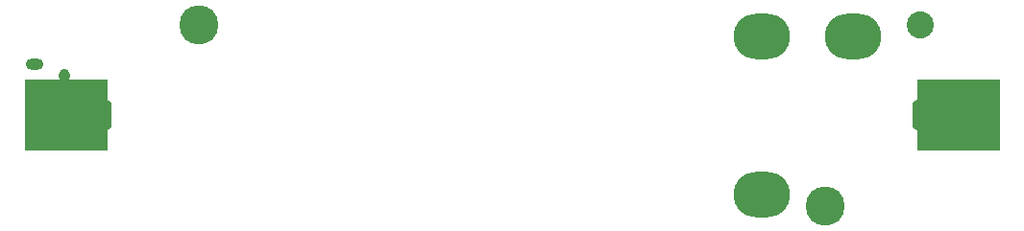
<source format=gbs>
G04 #@! TF.FileFunction,Soldermask,Bot*
%FSLAX46Y46*%
G04 Gerber Fmt 4.6, Leading zero omitted, Abs format (unit mm)*
G04 Created by KiCad (PCBNEW 4.0.2+dfsg1-stable) date su 18. kesäkuuta 2017 19.48.31*
%MOMM*%
G01*
G04 APERTURE LIST*
%ADD10C,0.100000*%
%ADD11O,5.000000X4.000000*%
%ADD12C,2.390000*%
%ADD13C,3.450000*%
%ADD14R,7.340000X6.360000*%
%ADD15O,1.400000X2.900000*%
%ADD16O,0.950000X1.250000*%
%ADD17O,1.550000X1.000000*%
G04 APERTURE END LIST*
D10*
D11*
X172000000Y-107000000D03*
D12*
X185930000Y-92000000D03*
D13*
X177600000Y-108000000D03*
D14*
X189330000Y-100000000D03*
X110670000Y-100000000D03*
D13*
X122400000Y-92000000D03*
D11*
X172000000Y-93000000D03*
D15*
X186000000Y-100000000D03*
D16*
X110562540Y-96499100D03*
X110562540Y-101499100D03*
D17*
X107862540Y-95499100D03*
X107862540Y-102499100D03*
D15*
X114000000Y-100000000D03*
D11*
X180000000Y-93000000D03*
M02*

</source>
